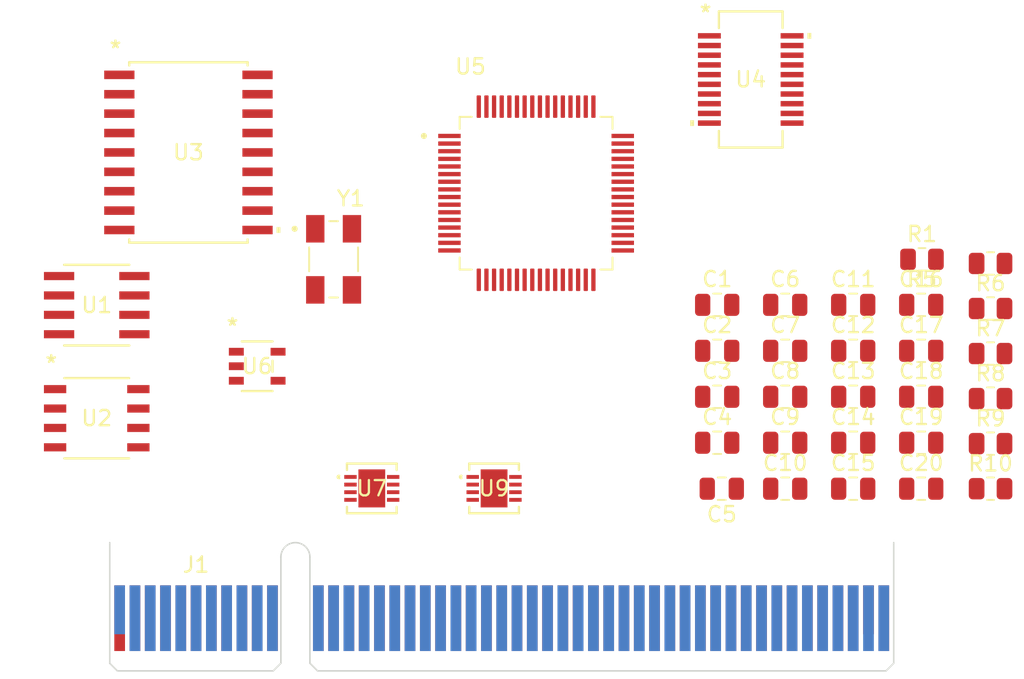
<source format=kicad_pcb>
(kicad_pcb (version 20240108) (generator "pcbnew") (generator_version "8.0")
  (layers (0 "F.Cu" signal) (31 "B.Cu" signal) (34 "B.Paste" user) (35 "F.Paste" user) (36 "B.SilkS" user "B.Silkscreen") (37 "F.SilkS" user "F.Silkscreen") (38 "B.Mask" user) (39 "F.Mask" user) (44 "Edge.Cuts" user))
  (net 0 "")
  (net 62 "/OSC_IN")
  (net 74 "ADC_CH1")
  (net 75 "SPI2_CLK")
  (net 76 "ADC_CH0")
  (net 77 "SPI2_MISO")
  (net 78 "SPI2_CS")
  (net 79 "SPI2_MOSI")
  (net 80 "Net-(U2-REF)")
  (net 81 "DAC_OUT")
  (net 82 "FT231_3V3OUT")
  (net 83 "Net-(U4-USBDP)")
  (net 84 "Net-(U4-USBDM)")
  (net 87 "Net-(J1-GND-PadA12)")
  (net 99 "Net-(J1-+12V-PadA2)")
  (net 101 "Net-(J1-+3.3V-PadA10)")
  (net 141 "Net-(C5-Pad2)")
  (net 142 "Net-(U4-VCC)")
  (net 143 "MCU_NRST")
  (net 144 "+3.3V")
  (net 145 "/OSC_OUT")
  (net 146 "SWDIO")
  (net 147 "SWO")
  (net 148 "Net-(U9-PG)")
  (net 149 "Net-(U9-SENSE{slash}ADJ)")
  (net 150 "SWCLK")
  (net 151 "V+_FROM_PCIE")
  (net 152 "Net-(U7-PG)")
  (net 153 "Net-(U7-SENSE{slash}ADJ)")
  (net 155 "USB_V+")
  (net 156 "WD_EN")
  (net 157 "WD_WDI")
  (net 158 "Net-(P1-CC)")
  (net 159 "SPI2_NSS")
  (footprint "Capacitor_SMD:C_0805_2012Metric" (layer "F.Cu") (at 78 49)
    (property "Reference" "C13" (at 0 -1.68 0) (layer "F.SilkS"))
    (property "Value" "10nF")
    (pad "1" smd roundrect (at -0.95 0) (size 1 1.45) (layers "F.Cu" "F.Paste" "F.Mask") (net 144 "+3.3V"))
    (pad "2" smd roundrect (at 0.95 0) (size 1 1.45) (layers "F.Cu" "F.Paste" "F.Mask") (net 151 "V+_FROM_PCIE"))
  )
  (footprint "Capacitor_SMD:C_0805_2012Metric" (layer "F.Cu") (at 69.1 42.98)
    (property "Reference" "C1" (at 0 -1.68 0) (layer "F.SilkS"))
    (property "Value" "4.7uF")
    (pad "1" smd roundrect (at -0.95 0) (size 1 1.45) (layers "F.Cu" "F.Paste" "F.Mask") (net 151 "V+_FROM_PCIE"))
    (pad "2" smd roundrect (at 0.95 0) (size 1 1.45) (layers "F.Cu" "F.Paste" "F.Mask") (net 151 "V+_FROM_PCIE"))
  )
  (footprint "Capacitor_SMD:C_0805_2012Metric" (layer "F.Cu") (at 73.55 55.02)
    (property "Reference" "C10" (at 0 -1.68 0) (layer "F.SilkS"))
    (property "Value" "100nF")
    (pad "1" smd roundrect (at -0.95 0) (size 1 1.45) (layers "F.Cu" "F.Paste" "F.Mask") (net 151 "V+_FROM_PCIE"))
    (pad "2" smd roundrect (at 0.95 0) (size 1 1.45) (layers "F.Cu" "F.Paste" "F.Mask") (net 144 "+3.3V"))
  )
  (footprint "Resistor_SMD:R_0805_2012Metric" (layer "F.Cu") (at 82.5 40)
    (property "Reference" "R1" (at 0 -1.65 0) (layer "F.SilkS"))
    (property "Value" "5.1K")
    (pad "1" smd roundrect (at -0.9125 0) (size 1.025 1.4) (layers "F.Cu" "F.Paste" "F.Mask") (roundrect_rratio 0.243902) (net 158 "Net-(P1-CC)"))
    (pad "2" smd roundrect (at 0.9125 0) (size 1.025 1.4) (layers "F.Cu" "F.Paste" "F.Mask") (roundrect_rratio 0.243902) (net 151 "V+_FROM_PCIE"))
  )
  (footprint "SDII LIB:SOIC-18WB_HIC" (layer "F.Cu") (at 34.5 33)
    (property "Reference" "U3" (at 0 0 0) (layer "F.SilkS"))
    (property "Value" "HI-3110PSIF")
    (fp_text user "*" (at -4.7752 -6.7818 0) (layer "F.SilkS"))
    (fp_text user "*" (at -4.7752 -6.7818 0) (layer "F.SilkS"))
    (pad "1" smd rect (at -4.5212 -5.08) (size 1.9812 0.5588) (layers "F.Cu" "F.Paste" "F.Mask"))
    (pad "2" smd rect (at -4.5212 -3.81) (size 1.9812 0.5588) (layers "F.Cu" "F.Paste" "F.Mask"))
    (pad "3" smd rect (at -4.5212 -2.54) (size 1.9812 0.5588) (layers "F.Cu" "F.Paste" "F.Mask"))
    (pad "4" smd rect (at -4.5212 -1.27) (size 1.9812 0.5588) (layers "F.Cu" "F.Paste" "F.Mask"))
    (pad "5" smd rect (at -4.5212 0) (size 1.9812 0.5588) (layers "F.Cu" "F.Paste" "F.Mask"))
    (pad "6" smd rect (at -4.5212 1.27) (size 1.9812 0.5588) (layers "F.Cu" "F.Paste" "F.Mask"))
    (pad "7" smd rect (at -4.5212 2.54) (size 1.9812 0.5588) (layers "F.Cu" "F.Paste" "F.Mask"))
    (pad "8" smd rect (at -4.5212 3.81) (size 1.9812 0.5588) (layers "F.Cu" "F.Paste" "F.Mask"))
    (pad "9" smd rect (at -4.5212 5.08) (size 1.9812 0.5588) (layers "F.Cu" "F.Paste" "F.Mask"))
    (pad "10" smd rect (at 4.5212 5.08) (size 1.9812 0.5588) (layers "F.Cu" "F.Paste" "F.Mask"))
    (pad "11" smd rect (at 4.5212 3.81) (size 1.9812 0.5588) (layers "F.Cu" "F.Paste" "F.Mask"))
    (pad "12" smd rect (at 4.5212 2.54) (size 1.9812 0.5588) (layers "F.Cu" "F.Paste" "F.Mask"))
    (pad "13" smd rect (at 4.5212 1.27) (size 1.9812 0.5588) (layers "F.Cu" "F.Paste" "F.Mask"))
    (pad "14" smd rect (at 4.5212 0) (size 1.9812 0.5588) (layers "F.Cu" "F.Paste" "F.Mask"))
    (pad "15" smd rect (at 4.5212 -1.27) (size 1.9812 0.5588) (layers "F.Cu" "F.Paste" "F.Mask"))
    (pad "16" smd rect (at 4.5212 -2.54) (size 1.9812 0.5588) (layers "F.Cu" "F.Paste" "F.Mask"))
    (pad "17" smd rect (at 4.5212 -3.81) (size 1.9812 0.5588) (layers "F.Cu" "F.Paste" "F.Mask"))
    (pad "18" smd rect (at 4.5212 -5.08) (size 1.9812 0.5588) (layers "F.Cu" "F.Paste" "F.Mask"))
  )
  (footprint "Capacitor_SMD:C_0805_2012Metric" (layer "F.Cu") (at 73.55 42.98)
    (property "Reference" "C6" (at 0 -1.68 0) (layer "F.SilkS"))
    (property "Value" "10nF")
    (pad "1" smd roundrect (at -0.95 0) (size 1 1.45) (layers "F.Cu" "F.Paste" "F.Mask") (net 141 "Net-(C5-Pad2)"))
    (pad "2" smd roundrect (at 0.95 0) (size 1 1.45) (layers "F.Cu" "F.Paste" "F.Mask") (net 155 "USB_V+"))
  )
  (footprint "Capacitor_SMD:C_0805_2012Metric" (layer "F.Cu") (at 73.55 45.99)
    (property "Reference" "C7" (at 0 -1.68 0) (layer "F.SilkS"))
    (property "Value" "100nF")
    (pad "1" smd roundrect (at -0.95 0) (size 1 1.45) (layers "F.Cu" "F.Paste" "F.Mask") (net 151 "V+_FROM_PCIE"))
    (pad "2" smd roundrect (at 0.95 0) (size 1 1.45) (layers "F.Cu" "F.Paste" "F.Mask") (net 144 "+3.3V"))
  )
  (footprint "Capacitor_SMD:C_0805_2012Metric" (layer "F.Cu") (at 78 42.98)
    (property "Reference" "C11" (at 0 -1.68 0) (layer "F.SilkS"))
    (property "Value" "100nF")
    (pad "1" smd roundrect (at -0.95 0) (size 1 1.45) (layers "F.Cu" "F.Paste" "F.Mask") (net 151 "V+_FROM_PCIE"))
    (pad "2" smd roundrect (at 0.95 0) (size 1 1.45) (layers "F.Cu" "F.Paste" "F.Mask") (net 144 "+3.3V"))
  )
  (footprint "SDII LIB:XTAL_ABM3B-8.000MHZ-10-1-U-T" (layer "F.Cu") (at 44 40)
    (property "Reference" "Y1" (at 1.125 -3.985 0) (layer "F.SilkS"))
    (property "Value" "8MHz Crystal")
    (pad "1" smd rect (at -1.2 -2) (size 1.2 1.8) (layers "F.Cu" "F.Paste" "F.Mask") (net 62 "/OSC_IN"))
    (pad "2" smd rect (at -1.2 2) (size 1.2 1.8) (layers "F.Cu" "F.Paste" "F.Mask") (net 151 "V+_FROM_PCIE"))
    (pad "3" smd rect (at 1.2 2) (size 1.2 1.8) (layers "F.Cu" "F.Paste" "F.Mask") (net 145 "/OSC_OUT"))
    (pad "4" smd rect (at 1.2 -2) (size 1.2 1.8) (layers "F.Cu" "F.Paste" "F.Mask") (net 151 "V+_FROM_PCIE"))
  )
  (footprint "Capacitor_SMD:C_0805_2012Metric" (layer "F.Cu") (at 78 52.01)
    (property "Reference" "C14" (at 0 -1.68 0) (layer "F.SilkS"))
    (property "Value" "1uF")
    (pad "1" smd roundrect (at -0.95 0) (size 1 1.45) (layers "F.Cu" "F.Paste" "F.Mask") (net 144 "+3.3V"))
    (pad "2" smd roundrect (at 0.95 0) (size 1 1.45) (layers "F.Cu" "F.Paste" "F.Mask") (net 151 "V+_FROM_PCIE"))
  )
  (footprint "Resistor_SMD:R_0805_2012Metric" (layer "F.Cu") (at 86.9875 55.02)
    (property "Reference" "R10" (at 0 -1.65 0) (layer "F.SilkS"))
    (property "Value" "100k")
    (pad "1" smd roundrect (at -0.9125 0) (size 1.025 1.4) (layers "F.Cu" "F.Paste" "F.Mask") (roundrect_rratio 0.243902) (net 144 "+3.3V"))
    (pad "2" smd roundrect (at 0.9125 0) (size 1.025 1.4) (layers "F.Cu" "F.Paste" "F.Mask") (roundrect_rratio 0.243902) (net 152 "Net-(U7-PG)"))
  )
  (footprint "Capacitor_SMD:C_0805_2012Metric" (layer "F.Cu") (at 73.55 52.01)
    (property "Reference" "C9" (at 0 -1.68 0) (layer "F.SilkS"))
    (property "Value" "100nF")
    (pad "1" smd roundrect (at -0.95 0) (size 1 1.45) (layers "F.Cu" "F.Paste" "F.Mask") (net 151 "V+_FROM_PCIE"))
    (pad "2" smd roundrect (at 0.95 0) (size 1 1.45) (layers "F.Cu" "F.Paste" "F.Mask") (net 144 "+3.3V"))
  )
  (footprint "SDII LIB:CP_8_5_ADI" (layer "F.Cu") (at 46.5 55)
    (property "Reference" "U7" (at 0 0 0) (layer "F.SilkS"))
    (property "Value" "ADP7104ACPZ-R7 (v3.3)")
    (pad "1" smd rect (at -1.397 -0.750001) (size 0.8128 0.254) (layers "F.Cu" "F.Paste" "F.Mask") (net 144 "+3.3V"))
    (pad "2" smd rect (at -1.397 -0.25) (size 0.8128 0.254) (layers "F.Cu" "F.Paste" "F.Mask") (net 153 "Net-(U7-SENSE{slash}ADJ)"))
    (pad "3" smd rect (at -1.397 0.25) (size 0.8128 0.254) (layers "F.Cu" "F.Paste" "F.Mask") (net 151 "V+_FROM_PCIE"))
    (pad "4" smd rect (at -1.397 0.750001) (size 0.8128 0.254) (layers "F.Cu" "F.Paste" "F.Mask"))
    (pad "5" smd rect (at 1.397 0.750001) (size 0.8128 0.254) (layers "F.Cu" "F.Paste" "F.Mask") (net 151 "V+_FROM_PCIE"))
    (pad "6" smd rect (at 1.397 0.25) (size 0.8128 0.254) (layers "F.Cu" "F.Paste" "F.Mask") (net 151 "V+_FROM_PCIE"))
    (pad "7" smd rect (at 1.397 -0.25) (size 0.8128 0.254) (layers "F.Cu" "F.Paste" "F.Mask") (net 152 "Net-(U7-PG)"))
    (pad "8" smd rect (at 1.397 -0.750001) (size 0.8128 0.254) (layers "F.Cu" "F.Paste" "F.Mask") (net 151 "V+_FROM_PCIE"))
    (pad "9" smd rect (at 0 0) (size 1.7526 2.4892) (layers "F.Cu" "F.Paste" "F.Mask") (net 151 "V+_FROM_PCIE"))
  )
  (footprint "Capacitor_SMD:C_0805_2012Metric" (layer "F.Cu") (at 69.4 55.02 180)
    (property "Reference" "C5" (at 0 -1.68 180) (layer "F.SilkS"))
    (property "Value" "100nF")
    (pad "1" smd roundrect (at -0.95 0 180) (size 1 1.45) (layers "F.Cu" "F.Paste" "F.Mask") (net 82 "FT231_3V3OUT"))
    (pad "2" smd roundrect (at 0.95 0 180) (size 1 1.45) (layers "F.Cu" "F.Paste" "F.Mask") (net 141 "Net-(C5-Pad2)"))
  )
  (footprint "Capacitor_SMD:C_0805_2012Metric" (layer "F.Cu") (at 69.1 52.01)
    (property "Reference" "C4" (at 0 -1.68 0) (layer "F.SilkS"))
    (property "Value" "47pF")
    (pad "1" smd roundrect (at -0.95 0) (size 1 1.45) (layers "F.Cu" "F.Paste" "F.Mask") (net 84 "Net-(U4-USBDM)"))
    (pad "2" smd roundrect (at 0.95 0) (size 1 1.45) (layers "F.Cu" "F.Paste" "F.Mask") (net 151 "V+_FROM_PCIE"))
  )
  (footprint "Capacitor_SMD:C_0805_2012Metric" (layer "F.Cu") (at 69.1 49)
    (property "Reference" "C3" (at 0 -1.68 0) (layer "F.SilkS"))
    (property "Value" "47pF")
    (pad "1" smd roundrect (at -0.95 0) (size 1 1.45) (layers "F.Cu" "F.Paste" "F.Mask") (net 83 "Net-(U4-USBDP)"))
    (pad "2" smd roundrect (at 0.95 0) (size 1 1.45) (layers "F.Cu" "F.Paste" "F.Mask") (net 151 "V+_FROM_PCIE"))
  )
  (footprint "SDII LIB:FT231XS-R_FTD" (layer "F.Cu") (at 71.2949 28.2225)
    (property "Reference" "U4" (at 0 0 0) (layer "F.SilkS"))
    (property "Value" "FT231XS-R")
    (fp_text user "*" (at -2.9591 -4.3561 0) (layer "F.SilkS"))
    (fp_text user "*" (at -2.9591 -4.3561 0) (layer "F.SilkS"))
    (pad "1" smd rect (at -2.7051 -2.8575) (size 1.4986 0.3556) (layers "F.Cu" "F.Paste" "F.Mask"))
    (pad "2" smd rect (at -2.7051 -2.2225) (size 1.4986 0.3556) (layers "F.Cu" "F.Paste" "F.Mask"))
    (pad "3" smd rect (at -2.7051 -1.5875) (size 1.4986 0.3556) (layers "F.Cu" "F.Paste" "F.Mask") (net 82 "FT231_3V3OUT"))
    (pad "4" smd rect (at -2.7051 -0.9525) (size 1.4986 0.3556) (layers "F.Cu" "F.Paste" "F.Mask"))
    (pad "5" smd rect (at -2.7051 -0.3175) (size 1.4986 0.3556) (layers "F.Cu" "F.Paste" "F.Mask"))
    (pad "6" smd rect (at -2.7051 0.3175) (size 1.4986 0.3556) (layers "F.Cu" "F.Paste" "F.Mask") (net 141 "Net-(C5-Pad2)"))
    (pad "7" smd rect (at -2.7051 0.9525) (size 1.4986 0.3556) (layers "F.Cu" "F.Paste" "F.Mask"))
    (pad "8" smd rect (at -2.7051 1.5875) (size 1.4986 0.3556) (layers "F.Cu" "F.Paste" "F.Mask"))
    (pad "9" smd rect (at -2.7051 2.2225) (size 1.4986 0.3556) (layers "F.Cu" "F.Paste" "F.Mask"))
    (pad "10" smd rect (at -2.7051 2.8575) (size 1.4986 0.3556) (layers "F.Cu" "F.Paste" "F.Mask"))
    (pad "11" smd rect (at 2.7051 2.8575) (size 1.4986 0.3556) (layers "F.Cu" "F.Paste" "F.Mask") (net 83 "Net-(U4-USBDP)"))
    (pad "12" smd rect (at 2.7051 2.2225) (size 1.4986 0.3556) (layers "F.Cu" "F.Paste" "F.Mask") (net 84 "Net-(U4-USBDM)"))
    (pad "13" smd rect (at 2.7051 1.5875) (size 1.4986 0.3556) (layers "F.Cu" "F.Paste" "F.Mask") (net 82 "FT231_3V3OUT"))
    (pad "14" smd rect (at 2.7051 0.9525) (size 1.4986 0.3556) (layers "F.Cu" "F.Paste" "F.Mask") (net 82 "FT231_3V3OUT"))
    (pad "15" smd rect (at 2.7051 0.3175) (size 1.4986 0.3556) (layers "F.Cu" "F.Paste" "F.Mask") (net 142 "Net-(U4-VCC)"))
    (pad "16" smd rect (at 2.7051 -0.3175) (size 1.4986 0.3556) (layers "F.Cu" "F.Paste" "F.Mask") (net 141 "Net-(C5-Pad2)"))
    (pad "17" smd rect (at 2.7051 -0.9525) (size 1.4986 0.3556) (layers "F.Cu" "F.Paste" "F.Mask"))
    (pad "18" smd rect (at 2.7051 -1.5875) (size 1.4986 0.3556) (layers "F.Cu" "F.Paste" "F.Mask"))
    (pad "19" smd rect (at 2.7051 -2.2225) (size 1.4986 0.3556) (layers "F.Cu" "F.Paste" "F.Mask"))
    (pad "20" smd rect (at 2.7051 -2.8575) (size 1.4986 0.3556) (layers "F.Cu" "F.Paste" "F.Mask"))
  )
  (footprint "Capacitor_SMD:C_0805_2012Metric" (layer "F.Cu") (at 82.45 49)
    (property "Reference" "C18" (at 0 -1.68 0) (layer "F.SilkS"))
    (property "Value" "2.2uF")
    (pad "1" smd roundrect (at -0.95 0) (size 1 1.45) (layers "F.Cu" "F.Paste" "F.Mask") (net 151 "V+_FROM_PCIE"))
    (pad "2" smd roundrect (at 0.95 0) (size 1 1.45) (layers "F.Cu" "F.Paste" "F.Mask") (net 151 "V+_FROM_PCIE"))
  )
  (footprint "Resistor_SMD:R_0805_2012Metric" (layer "F.Cu") (at 86.9875 43.22)
    (property "Reference" "R6" (at 0 -1.65 0) (layer "F.SilkS"))
    (property "Value" "17.4k")
    (pad "1" smd roundrect (at -0.9125 0) (size 1.025 1.4) (layers "F.Cu" "F.Paste" "F.Mask") (roundrect_rratio 0.243902) (net 149 "Net-(U9-SENSE{slash}ADJ)"))
    (pad "2" smd roundrect (at 0.9125 0) (size 1.025 1.4) (layers "F.Cu" "F.Paste" "F.Mask") (roundrect_rratio 0.243902) (net 151 "V+_FROM_PCIE"))
  )
  (footprint "Resistor_SMD:R_0805_2012Metric" (layer "F.Cu") (at 86.9875 49.12)
    (property "Reference" "R8" (at 0 -1.65 0) (layer "F.SilkS"))
    (property "Value" "17.4k")
    (pad "1" smd roundrect (at -0.9125 0) (size 1.025 1.4) (layers "F.Cu" "F.Paste" "F.Mask") (roundrect_rratio 0.243902) (net 153 "Net-(U7-SENSE{slash}ADJ)"))
    (pad "2" smd roundrect (at 0.9125 0) (size 1.025 1.4) (layers "F.Cu" "F.Paste" "F.Mask") (roundrect_rratio 0.243902) (net 144 "+3.3V"))
  )
  (footprint "SDII LIB:SOIC-8_S" (layer "F.Cu") (at 28.5 43)
    (property "Reference" "U1" (at 0 0 0) (layer "F.SilkS"))
    (property "Value" "LTC1298IS8_PBF")
    (pad "1" smd rect (at -2.4638 -1.905) (size 1.9812 0.5334) (layers "F.Cu" "F.Paste" "F.Mask") (net 78 "SPI2_CS"))
    (pad "2" smd rect (at -2.4638 -0.635) (size 1.9812 0.5334) (layers "F.Cu" "F.Paste" "F.Mask") (net 76 "ADC_CH0"))
    (pad "3" smd rect (at -2.4638 0.635) (size 1.9812 0.5334) (layers "F.Cu" "F.Paste" "F.Mask") (net 74 "ADC_CH1"))
    (pad "4" smd rect (at -2.4638 1.905) (size 1.9812 0.5334) (layers "F.Cu" "F.Paste" "F.Mask") (net 151 "V+_FROM_PCIE"))
    (pad "5" smd rect (at 2.4638 1.905) (size 1.9812 0.5334) (layers "F.Cu" "F.Paste" "F.Mask") (net 79 "SPI2_MOSI"))
    (pad "6" smd rect (at 2.4638 0.635) (size 1.9812 0.5334) (layers "F.Cu" "F.Paste" "F.Mask") (net 77 "SPI2_MISO"))
    (pad "7" smd rect (at 2.4638 -0.635) (size 1.9812 0.5334) (layers "F.Cu" "F.Paste" "F.Mask") (net 75 "SPI2_CLK"))
    (pad "8" smd rect (at 2.4638 -1.905) (size 1.9812 0.5334) (layers "F.Cu" "F.Paste" "F.Mask") (net 151 "V+_FROM_PCIE"))
  )
  (footprint "Capacitor_SMD:C_0805_2012Metric" (layer "F.Cu") (at 73.55 49)
    (property "Reference" "C8" (at 0 -1.68 0) (layer "F.SilkS"))
    (property "Value" "100nF")
    (pad "1" smd roundrect (at -0.95 0) (size 1 1.45) (layers "F.Cu" "F.Paste" "F.Mask") (net 151 "V+_FROM_PCIE"))
    (pad "2" smd roundrect (at 0.95 0) (size 1 1.45) (layers "F.Cu" "F.Paste" "F.Mask") (net 144 "+3.3V"))
  )
  (footprint "Capacitor_SMD:C_0805_2012Metric" (layer "F.Cu") (at 82.45 55.02)
    (property "Reference" "C20" (at 0 -1.68 0) (layer "F.SilkS"))
    (property "Value" ".1uF")
    (pad "1" smd roundrect (at -0.95 0) (size 1 1.45) (layers "F.Cu" "F.Paste" "F.Mask") (net 143 "MCU_NRST"))
    (pad "2" smd roundrect (at 0.95 0) (size 1 1.45) (layers "F.Cu" "F.Paste" "F.Mask") (net 151 "V+_FROM_PCIE"))
  )
  (footprint "SDII LIB:SO-8_S_LIT" (layer "F.Cu") (at 28.5 50.405)
    (property "Reference" "U2" (at 0 0 0) (layer "F.SilkS"))
    (property "Value" "LTC1451IS8-PBF")
    (fp_text user "*" (at -2.97815 -3.5814 0) (layer "F.SilkS"))
    (fp_text user "*" (at -2.97815 -3.5814 0) (layer "F.SilkS"))
    (pad "1" smd rect (at -2.72415 -1.905) (size 1.4605 0.5334) (layers "F.Cu" "F.Paste" "F.Mask") (net 75 "SPI2_CLK"))
    (pad "2" smd rect (at -2.72415 -0.635) (size 1.4605 0.5334) (layers "F.Cu" "F.Paste" "F.Mask") (net 79 "SPI2_MOSI"))
    (pad "3" smd rect (at -2.72415 0.635) (size 1.4605 0.5334) (layers "F.Cu" "F.Paste" "F.Mask") (net 78 "SPI2_CS"))
    (pad "4" smd rect (at -2.72415 1.905) (size 1.4605 0.5334) (layers "F.Cu" "F.Paste" "F.Mask") (net 77 "SPI2_MISO"))
    (pad "5" smd rect (at 2.72415 1.905) (size 1.4605 0.5334) (layers "F.Cu" "F.Paste" "F.Mask") (net 151 "V+_FROM_PCIE"))
    (pad "6" smd rect (at 2.72415 0.635) (size 1.4605 0.5334) (layers "F.Cu" "F.Paste" "F.Mask") (net 80 "Net-(U2-REF)"))
    (pad "7" smd rect (at 2.72415 -0.635) (size 1.4605 0.5334) (layers "F.Cu" "F.Paste" "F.Mask") (net 81 "DAC_OUT"))
    (pad "8" smd rect (at 2.72415 -1.905) (size 1.4605 0.5334) (layers "F.Cu" "F.Paste" "F.Mask") (net 80 "Net-(U2-REF)"))
  )
  (footprint "Capacitor_SMD:C_0805_2012Metric" (layer "F.Cu") (at 82.45 52.01)
    (property "Reference" "C19" (at 0 -1.68 0) (layer "F.SilkS"))
    (property "Value" "2.2uF")
    (pad "1" smd roundrect (at -0.95 0) (size 1 1.45) (layers "F.Cu" "F.Paste" "F.Mask") (net 144 "+3.3V"))
    (pad "2" smd roundrect (at 0.95 0) (size 1 1.45) (layers "F.Cu" "F.Paste" "F.Mask") (net 151 "V+_FROM_PCIE"))
  )
  (footprint "Resistor_SMD:R_0805_2012Metric" (layer "F.Cu") (at 86.9875 40.27)
    (property "Reference" "R5" (at -4.4875 1.03 0) (layer "F.SilkS"))
    (property "Value" "100k")
    (pad "1" smd roundrect (at -0.9125 0) (size 1.025 1.4) (layers "F.Cu" "F.Paste" "F.Mask") (roundrect_rratio 0.243902) (net 151 "V+_FROM_PCIE"))
    (pad "2" smd roundrect (at 0.9125 0) (size 1.025 1.4) (layers "F.Cu" "F.Paste" "F.Mask") (roundrect_rratio 0.243902) (net 148 "Net-(U9-PG)"))
  )
  (footprint "Capacitor_SMD:C_0805_2012Metric" (layer "F.Cu") (at 82.45 45.99)
    (property "Reference" "C17" (at 0 -1.68 0) (layer "F.SilkS"))
    (property "Value" "10pF")
    (pad "1" smd roundrect (at -0.95 0) (size 1 1.45) (layers "F.Cu" "F.Paste" "F.Mask") (net 145 "/OSC_OUT"))
    (pad "2" smd roundrect (at 0.95 0) (size 1 1.45) (layers "F.Cu" "F.Paste" "F.Mask") (net 151 "V+_FROM_PCIE"))
  )
  (footprint "Capacitor_SMD:C_0805_2012Metric" (layer "F.Cu") (at 69.1 45.99)
    (property "Reference" "C2" (at 0 -1.68 0) (layer "F.SilkS"))
    (property "Value" ".1uF")
    (pad "1" smd roundrect (at -0.95 0) (size 1 1.45) (layers "F.Cu" "F.Paste" "F.Mask") (net 80 "Net-(U2-REF)"))
    (pad "2" smd roundrect (at 0.95 0) (size 1 1.45) (layers "F.Cu" "F.Paste" "F.Mask") (net 151 "V+_FROM_PCIE"))
  )
  (footprint "Resistor_SMD:R_0805_2012Metric" (layer "F.Cu") (at 86.9875 52.07)
    (property "Reference" "R9" (at 0 -1.65 0) (layer "F.SilkS"))
    (property "Value" "10k")
    (pad "1" smd roundrect (at -0.9125 0) (size 1.025 1.4) (layers "F.Cu" "F.Paste" "F.Mask") (roundrect_rratio 0.243902) (net 151 "V+_FROM_PCIE"))
    (pad "2" smd roundrect (at 0.9125 0) (size 1.025 1.4) (layers "F.Cu" "F.Paste" "F.Mask") (roundrect_rratio 0.243902) (net 153 "Net-(U7-SENSE{slash}ADJ)"))
  )
  (footprint "Resistor_SMD:R_0805_2012Metric" (layer "F.Cu") (at 86.9875 46.17)
    (property "Reference" "R7" (at 0 -1.65 0) (layer "F.SilkS"))
    (property "Value" "5.6k")
    (pad "1" smd roundrect (at -0.9125 0) (size 1.025 1.4) (layers "F.Cu" "F.Paste" "F.Mask") (roundrect_rratio 0.243902) (net 151 "V+_FROM_PCIE"))
    (pad "2" smd roundrect (at 0.9125 0) (size 1.025 1.4) (layers "F.Cu" "F.Paste" "F.Mask") (roundrect_rratio 0.243902) (net 149 "Net-(U9-SENSE{slash}ADJ)"))
  )
  (footprint "Capacitor_SMD:C_0805_2012Metric" (layer "F.Cu") (at 78 45.99)
    (property "Reference" "C12" (at 0 -1.68 0) (layer "F.SilkS"))
    (property "Value" "4.7uF")
    (pad "1" smd roundrect (at -0.95 0) (size 1 1.45) (layers "F.Cu" "F.Paste" "F.Mask") (net 151 "V+_FROM_PCIE"))
    (pad "2" smd roundrect (at 0.95 0) (size 1 1.45) (layers "F.Cu" "F.Paste" "F.Mask") (net 144 "+3.3V"))
  )
  (footprint "SDII LIB:SOT23-5_STM" (layer "F.Cu") (at 39 47)
    (property "Reference" "U6" (at 0 0 0) (layer "F.SilkS"))
    (property "Value" "STWD100YNXWY3F")
    (fp_text user "*" (at -1.61925 -2.601 0) (layer "F.SilkS"))
    (fp_text user "*" (at -1.61925 -2.601 0) (layer "F.SilkS"))
    (pad "1" smd rect (at -1.36525 -0.950001) (size 0.9779 0.508) (layers "F.Cu" "F.Paste" "F.Mask") (net 143 "MCU_NRST"))
    (pad "2" smd rect (at -1.36525 0) (size 0.9779 0.508) (layers "F.Cu" "F.Paste" "F.Mask") (net 151 "V+_FROM_PCIE"))
    (pad "3" smd rect (at -1.36525 0.950001) (size 0.9779 0.508) (layers "F.Cu" "F.Paste" "F.Mask") (net 156 "WD_EN"))
    (pad "4" smd rect (at 1.36525 0.950001) (size 0.9779 0.508) (layers "F.Cu" "F.Paste" "F.Mask") (net 157 "WD_WDI"))
    (pad "5" smd rect (at 1.36525 -0.950001) (size 0.9779 0.508) (layers "F.Cu" "F.Paste" "F.Mask") (net 144 "+3.3V"))
  )
  (footprint "SDII LIB:CP_8_5_ADI" (layer "F.Cu") (at 54.5 55)
    (property "Reference" "U9" (at 0 0 0) (layer "F.SilkS"))
    (property "Value" "ADP7104ACPZ-R7 (5v)")
    (pad "1" smd rect (at -1.397 -0.750001) (size 0.8128 0.254) (layers "F.Cu" "F.Paste" "F.Mask") (net 151 "V+_FROM_PCIE"))
    (pad "2" smd rect (at -1.397 -0.25) (size 0.8128 0.254) (layers "F.Cu" "F.Paste" "F.Mask") (net 149 "Net-(U9-SENSE{slash}ADJ)"))
    (pad "3" smd rect (at -1.397 0.25) (size 0.8128 0.254) (layers "F.Cu" "F.Paste" "F.Mask") (net 151 "V+_FROM_PCIE"))
    (pad "4" smd rect (at -1.397 0.750001) (size 0.8128 0.254) (layers "F.Cu" "F.Paste" "F.Mask"))
    (pad "5" smd rect (at 1.397 0.750001) (size 0.8128 0.254) (layers "F.Cu" "F.Paste" "F.Mask") (net 151 "V+_FROM_PCIE"))
    (pad "6" smd rect (at 1.397 0.25) (size 0.8128 0.254) (layers "F.Cu" "F.Paste" "F.Mask") (net 151 "V+_FROM_PCIE"))
    (pad "7" smd rect (at 1.397 -0.25) (size 0.8128 0.254) (layers "F.Cu" "F.Paste" "F.Mask") (net 148 "Net-(U9-PG)"))
    (pad "8" smd rect (at 1.397 -0.750001) (size 0.8128 0.254) (layers "F.Cu" "F.Paste" "F.Mask") (net 151 "V+_FROM_PCIE"))
    (pad "9" smd rect (at 0 0) (size 1.7526 2.4892) (layers "F.Cu" "F.Paste" "F.Mask") (net 151 "V+_FROM_PCIE"))
  )
  (footprint "Capacitor_SMD:C_0805_2012Metric" (layer "F.Cu") (at 82.45 42.98)
    (property "Reference" "C16" (at 0 -1.68 0) (layer "F.SilkS"))
    (property "Value" "10pF")
    (pad "1" smd roundrect (at -0.95 0) (size 1 1.45) (layers "F.Cu" "F.Paste" "F.Mask") (net 62 "/OSC_IN"))
    (pad "2" smd roundrect (at 0.95 0) (size 1 1.45) (layers "F.Cu" "F.Paste" "F.Mask") (net 151 "V+_FROM_PCIE"))
  )
  (footprint "Capacitor_SMD:C_0805_2012Metric" (layer "F.Cu") (at 78 55.02)
    (property "Reference" "C15" (at 0 -1.68 0) (layer "F.SilkS"))
    (property "Value" "1uF")
    (pad "1" smd roundrect (at -0.95 0) (size 1 1.45) (layers "F.Cu" "F.Paste" "F.Mask") (net 144 "+3.3V"))
    (pad "2" smd roundrect (at 0.95 0) (size 1 1.45) (layers "F.Cu" "F.Paste" "F.Mask") (net 151 "V+_FROM_PCIE"))
  )
  (footprint "Connector_PCBEdge:BUS_PCIexpress_x8" (layer "F.Cu") (at 30 63.5)
    (property "Reference" "J1" (at 5 -3.5 0) (layer "F.SilkS"))
    (property "Value" "Bus_PCI_Express_x8" (hide yes))
    (fp_line (start -0.65 -4.95) (end -0.65 2.95) (stroke (width 0.1)) (layer "Edge.Cuts"))
    (fp_line (start -0.65 2.95) (end -0.15 3.45) (stroke (width 0.1)) (layer "Edge.Cuts"))
    (fp_line (start -0.15 3.45) (end 10.05 3.45) (stroke (width 0.1)) (layer "Edge.Cuts"))
    (fp_line (start 10.55 -4) (end 10.55 2.95) (stroke (width 0.1)) (layer "Edge.Cuts"))
    (fp_line (start 10.55 2.95) (end 10.05 3.45) (stroke (width 0.1)) (layer "Edge.Cuts"))
    (fp_line (start 12.45 -4) (end 12.45 2.95) (stroke (width 0.1)) (layer "Edge.Cuts"))
    (fp_line (start 12.45 2.95) (end 12.95 3.45) (stroke (width 0.1)) (layer "Edge.Cuts"))
    (fp_line (start 12.95 3.45) (end 50.15 3.45) (stroke (width 0.1)) (layer "Edge.Cuts"))
    (fp_line (start 50.65 -4.95) (end 50.65 2.95) (stroke (width 0.1)) (layer "Edge.Cuts"))
    (fp_line (start 50.65 2.95) (end 50.15 3.45) (stroke (width 0.1)) (layer "Edge.Cuts"))
    (fp_arc (start 10.55 -4) (mid 11.5 -4.95) (end 12.45 -4) (stroke (width 0.1)) (layer "Edge.Cuts"))
    (pad "A1" connect rect (at 0 -0.55) (size 0.7 3.2) (layers "B.Cu" "B.Mask"))
    (pad "A2" connect rect (at 1 0) (size 0.7 4.3) (layers "B.Cu" "B.Mask") (net 99 "Net-(J1-+12V-PadA2)"))
    (pad "A3" connect rect (at 2 0) (size 0.7 4.3) (layers "B.Cu" "B.Mask") (net 99 "Net-(J1-+12V-PadA2)"))
    (pad "A4" connect rect (at 3 0) (size 0.7 4.3) (layers "B.Cu" "B.Mask") (net 87 "Net-(J1-GND-PadA12)"))
    (pad "A5" connect rect (at 4 0) (size 0.7 4.3) (layers "B.Cu" "B.Mask"))
    (pad "A6" connect rect (at 5 0) (size 0.7 4.3) (layers "B.Cu" "B.Mask"))
    (pad "A7" connect rect (at 6 0) (size 0.7 4.3) (layers "B.Cu" "B.Mask"))
    (pad "A8" connect rect (at 7 0) (size 0.7 4.3) (layers "B.Cu" "B.Mask"))
    (pad "A9" connect rect (at 8 0) (size 0.7 4.3) (layers "B.Cu" "B.Mask") (net 101 "Net-(J1-+3.3V-PadA10)"))
    (pad "A10" connect rect (at 9 0) (size 0.7 4.3) (layers "B.Cu" "B.Mask") (net 101 "Net-(J1-+3.3V-PadA10)"))
    (pad "A11" connect rect (at 10 0) (size 0.7 4.3) (layers "B.Cu" "B.Mask"))
    (pad "A12" connect rect (at 13 0) (size 0.7 4.3) (layers "B.Cu" "B.Mask") (net 87 "Net-(J1-GND-PadA12)"))
    (pad "A13" connect rect (at 14 0) (size 0.7 4.3) (layers "B.Cu" "B.Mask"))
    (pad "A14" connect rect (at 15 0) (size 0.7 4.3) (layers "B.Cu" "B.Mask"))
    (pad "A15" connect rect (at 16 0) (size 0.7 4.3) (layers "B.Cu" "B.Mask") (net 87 "Net-(J1-GND-PadA12)"))
    (pad "A16" connect rect (at 17 0) (size 0.7 4.3) (layers "B.Cu" "B.Mask"))
    (pad "A17" connect rect (at 18 0) (size 0.7 4.3) (layers "B.Cu" "B.Mask"))
    (pad "A18" connect rect (at 19 0) (size 0.7 4.3) (layers "B.Cu" "B.Mask") (net 87 "Net-(J1-GND-PadA12)"))
    (pad "A19" connect rect (at 20 0) (size 0.7 4.3) (layers "B.Cu" "B.Mask"))
    (pad "A20" connect rect (at 21 0) (size 0.7 4.3) (layers "B.Cu" "B.Mask") (net 87 "Net-(J1-GND-PadA12)"))
    (pad "A21" connect rect (at 22 0) (size 0.7 4.3) (layers "B.Cu" "B.Mask"))
    (pad "A22" connect rect (at 23 0) (size 0.7 4.3) (layers "B.Cu" "B.Mask"))
    (pad "A23" connect rect (at 24 0) (size 0.7 4.3) (layers "B.Cu" "B.Mask") (net 87 "Net-(J1-GND-PadA12)"))
    (pad "A24" connect rect (at 25 0) (size 0.7 4.3) (layers "B.Cu" "B.Mask") (net 87 "Net-(J1-GND-PadA12)"))
    (pad "A25" connect rect (at 26 0) (size 0.7 4.3) (layers "B.Cu" "B.Mask"))
    (pad "A26" connect rect (at 27 0) (size 0.7 4.3) (layers "B.Cu" "B.Mask"))
    (pad "A27" connect rect (at 28 0) (size 0.7 4.3) (layers "B.Cu" "B.Mask") (net 87 "Net-(J1-GND-PadA12)"))
    (pad "A28" connect rect (at 29 0) (size 0.7 4.3) (layers "B.Cu" "B.Mask") (net 87 "Net-(J1-GND-PadA12)"))
    (pad "A29" connect rect (at 30 0) (size 0.7 4.3) (layers "B.Cu" "B.Mask"))
    (pad "A30" connect rect (at 31 0) (size 0.7 4.3) (layers "B.Cu" "B.Mask"))
    (pad "A31" connect rect (at 32 0) (size 0.7 4.3) (layers "B.Cu" "B.Mask") (net 87 "Net-(J1-GND-PadA12)"))
    (pad "A32" connect rect (at 33 0) (size 0.7 4.3) (layers "B.Cu" "B.Mask"))
    (pad "A33" connect rect (at 34 0) (size 0.7 4.3) (layers "B.Cu" "B.Mask"))
    (pad "A34" connect rect (at 35 0) (size 0.7 4.3) (layers "B.Cu" "B.Mask") (net 87 "Net-(J1-GND-PadA12)"))
    (pad "A35" connect rect (at 36 0) (size 0.7 4.3) (layers "B.Cu" "B.Mask"))
    (pad "A36" connect rect (at 37 0) (size 0.7 4.3) (layers "B.Cu" "B.Mask"))
    (pad "A37" connect rect (at 38 0) (size 0.7 4.3) (layers "B.Cu" "B.Mask") (net 87 "Net-(J1-GND-PadA12)"))
    (pad "A38" connect rect (at 39 0) (size 0.7 4.3) (layers "B.Cu" "B.Mask") (net 87 "Net-(J1-GND-PadA12)"))
    (pad "A39" connect rect (at 40 0) (size 0.7 4.3) (layers "B.Cu" "B.Mask"))
    (pad "A40" connect rect (at 41 0) (size 0.7 4.3) (layers "B.Cu" "B.Mask"))
    (pad "A41" connect rect (at 42 0) (size 0.7 4.3) (layers "B.Cu" "B.Mask") (net 87 "Net-(J1-GND-PadA12)"))
    (pad "A42" connect rect (at 43 0) (size 0.7 4.3) (layers "B.Cu" "B.Mask") (net 87 "Net-(J1-GND-PadA12)"))
    (pad "A43" connect rect (at 44 0) (size 0.7 4.3) (layers "B.Cu" "B.Mask"))
    (pad "A44" connect rect (at 45 0) (size 0.7 4.3) (layers "B.Cu" "B.Mask"))
    (pad "A45" connect rect (at 46 0) (size 0.7 4.3) (layers "B.Cu" "B.Mask") (net 87 "Net-(J1-GND-PadA12)"))
    (pad "A46" connect rect (at 47 0) (size 0.7 4.3) (layers "B.Cu" "B.Mask") (net 87 "Net-(J1-GND-PadA12)"))
    (pad "A47" connect rect (at 48 0) (size 0.7 4.3) (layers "B.Cu" "B.Mask"))
    (pad "A48" connect rect (at 49 0) (size 0.7 4.3) (layers "B.Cu" "B.Mask"))
    (pad "A49" connect rect (at 50 0) (size 0.7 4.3) (layers "B.Cu" "B.Mask") (net 87 "Net-(J1-GND-PadA12)"))
    (pad "B1" connect rect (at 0 0) (size 0.7 4.3) (layers "F.Cu" "F.Mask") (net 99 "Net-(J1-+12V-PadA2)"))
    (pad "B2" connect rect (at 1 0) (size 0.7 4.3) (layers "F.Cu" "F.Mask") (net 99 "Net-(J1-+12V-PadA2)"))
    (pad "B3" connect rect (at 2 0) (size 0.7 4.3) (layers "F.Cu" "F.Mask") (net 99 "Net-(J1-+12V-PadA2)"))
    (pad "B4" connect rect (at 3 0) (size 0.7 4.3) (layers "F.Cu" "F.Mask") (net 87 "Net-(J1-GND-PadA12)"))
    (pad "B5" connect rect (at 4 0) (size 0.7 4.3) (layers "F.Cu" "F.Mask"))
    (pad "B6" connect rect (at 5 0) (size 0.7 4.3) (layers "F.Cu" "F.Mask"))
    (pad "B7" connect rect (at 6 0) (size 0.7 4.3) (layers "F.Cu" "F.Mask") (net 87 "Net-(J1-GND-PadA12)"))
    (pad "B8" connect rect (at 7 0) (size 0.7 4.3) (layers "F.Cu" "F.Mask") (net 101 "Net-(J1-+3.3V-PadA10)"))
    (pad "B9" connect rect (at 8 0) (size 0.7 4.3) (layers "F.Cu" "F.Mask"))
    (pad "B10" connect rect (at 9 0) (size 0.7 4.3) (layers "F.Cu" "F.Mask"))
    (pad "B11" connect rect (at 10 0) (size 0.7 4.3) (layers "F.Cu" "F.Mask"))
    (pad "B12" connect rect (at 13 0) (size 0.7 4.3) (layers "F.Cu" "F.Mask"))
    (pad "B13" connect rect (at 14 0) (size 0.7 4.3) (layers "F.Cu" "F.Mask") (net 87 "Net-(J1-GND-PadA12)"))
    (pad "B14" connect rect (at 15 0) (size 0.7 4.3) (layers "F.Cu" "F.Mask"))
    (pad "B15" connect rect (at 16 0) (size 0.7 4.3) (layers "F.Cu" "F.Mask"))
    (pad "B16" connect rect (at 17 0) (size 0.7 4.3) (layers "F.Cu" "F.Mask") (net 87 "Net-(J1-GND-PadA12)"))
    (pad "B17" connect rect (at 18 0) (size 0.7 4.3) (layers "F.Cu" "F.Mask"))
    (pad "B18" connect rect (at 19 0) (size 0.7 4.3) (layers "F.Cu" "F.Mask") (net 87 "Net-(J1-GND-PadA12)"))
    (pad "B19" connect rect (at 20 0) (size 0.7 4.3) (layers "F.Cu" "F.Mask"))
    (pad "B20" connect rect (at 21 0) (size 0.7 4.3) (layers "F.Cu" "F.Mask"))
    (pad "B21" connect rect (at 22 0) (size 0.7 4.3) (layers "F.Cu" "F.Mask") (net 87 "Net-(J1-GND-PadA12)"))
    (pad "B22" connect rect (at 23 0) (size 0.7 4.3) (layers "F.Cu" "F.Mask") (net 87 "Net-(J1-GND-PadA12)"))
    (pad "B23" connect rect (at 24 0) (size 0.7 4.3) (layers "F.Cu" "F.Mask"))
    (pad "B24" connect rect (at 25 0) (size 0.7 4.3) (layers "F.Cu" "F.Mask"))
    (pad "B25" connect rect (at 26 0) (size 0.7 4.3) (layers "F.Cu" "F.Mask") (net 87 "Net-(J1-GND-PadA12)"))
    (pad "B26" connect rect (at 27 0) (size 0.7 4.3) (layers "F.Cu" "F.Mask") (net 87 "Net-(J1-GND-PadA12)"))
    (pad "B27" connect rect (at 28 0) (size 0.7 4.3) (layers "F.Cu" "F.Mask"))
    (pad "B28" connect rect (at 29 0) (size 0.7 4.3) (layers "F.Cu" "F.Mask"))
    (pad "B29" connect rect (at 30 0) (size 0.7 4.3) (layers "F.Cu" "F.Mask") (net 87 "Net-(J1-GND-PadA12)"))
    (pad "B30" connect rect (at 31 0) (size 0.7 4.3) (layers "F.Cu" "F.Mask"))
    (pad "B31" connect rect (at 32 0) (size 0.7 4.3) (layers "F.Cu" "F.Mask"))
    (pad "B32" connect rect (at 33 0) (size 0.7 4.3) (layers "F.Cu" "F.Mask") (net 87 "Net-(J1-GND-PadA12)"))
    (pad "B33" connect rect (at 34 0) (size 0.7 4.3) (layers "F.Cu" "F.Mask"))
    (pad "B34" connect rect (at 35 0) (size 0.7 4.3) (layers "F.Cu" "F.Mask"))
    (pad "B35" connect rect (at 36 0) (size 0.7 4.3) (layers "F.Cu" "F.Mask") (net 87 "Net-(J1-GND-PadA12)"))
    (pad "B36" connect rect (at 37 0) (size 0.7 4.3) (layers "F.Cu" "F.Mask") (net 87 "Net-(J1-GND-PadA12)"))
    (pad "B37" connect rect (at 38 0) (size 0.7 4.3) (layers "F.Cu" "F.Mask"))
    (pad "B38" connect rect (at 39 0) (size 0.7 4.3) (layers "F.Cu" "F.Mask"))
    (pad "B39" connect rect (at 40 0) (size 0.7 4.3) (layers "F.Cu" "F.Mask") (net 87 "Net-(J1-GND-PadA12)"))
    (pad "B40" connect rect (at 41 0) (size 0.7 4.3) (layers "F.Cu" "F.Mask") (net 87 "Net-(J1-GND-PadA12)"))
    (pad "B41" connect rect (at 42 0) (size 0.7 4.3) (layers "F.Cu" "F.Mask"))
    (pad "B42" connect rect (at 43 0) (size 0.7 4.3) (layers "F.Cu" "F.Mask"))
    (pad "B43" connect rect (at 44 0) (size 0.7 4.3) (layers "F.Cu" "F.Mask") (net 87 "Net-(J1-GND-PadA12)"))
    (pad "B44" connect rect (at 45 0) (size 0.7 4.3) (layers "F.Cu" "F.Mask") (net 87 "Net-(J1-GND-PadA12)"))
    (pad "B45" connect rect (at 46 0) (size 0.7 4.3) (layers "F.Cu" "F.Mask"))
    (pad "B46" connect rect (at 47 0) (size 0.7 4.3) (layers "F.Cu" "F.Mask"))
    (pad "B47" connect rect (at 48 0) (size 0.7 4.3) (layers "F.Cu" "F.Mask") (net 87 "Net-(J1-GND-PadA12)"))
    (pad "B48" connect rect (at 49 -0.55) (size 0.7 3.2) (layers "F.Cu" "F.Mask"))
    (pad "B49" connect rect (at 50 0) (size 0.7 4.3) (layers "F.Cu" "F.Mask") (net 87 "Net-(J1-GND-PadA12)"))
  )
  (footprint "SDII LIB:QFP50P1200X1200X160-64N" (layer "F.Cu") (at 57.25 35.67)
    (property "Reference" "U5" (at -4.295 -8.29 0) (layer "F.SilkS"))
    (property "Value" "STM32F103RBT6")
    (pad "1" smd roundrect (at -5.67 -3.75) (size 1.47 0.28) (layers "F.Cu" "F.Paste" "F.Mask") (roundrect_rratio 0.04) (net 144 "+3.3V"))
    (pad "2" smd roundrect (at -5.67 -3.25) (size 1.47 0.28) (layers "F.Cu" "F.Paste" "F.Mask") (roundrect_rratio 0.04))
    (pad "3" smd roundrect (at -5.67 -2.75) (size 1.47 0.28) (layers "F.Cu" "F.Paste" "F.Mask") (roundrect_rratio 0.04))
    (pad "4" smd roundrect (at -5.67 -2.25) (size 1.47 0.28) (layers "F.Cu" "F.Paste" "F.Mask") (roundrect_rratio 0.04))
    (pad "5" smd roundrect (at -5.67 -1.75) (size 1.47 0.28) (layers "F.Cu" "F.Paste" "F.Mask") (roundrect_rratio 0.04) (net 62 "/OSC_IN"))
    (pad "6" smd roundrect (at -5.67 -1.25) (size 1.47 0.28) (layers "F.Cu" "F.Paste" "F.Mask") (roundrect_rratio 0.04) (net 145 "/OSC_OUT"))
    (pad "7" smd roundrect (at -5.67 -0.75) (size 1.47 0.28) (layers "F.Cu" "F.Paste" "F.Mask") (roundrect_rratio 0.04) (net 143 "MCU_NRST"))
    (pad "8" smd roundrect (at -5.67 -0.25) (size 1.47 0.28) (layers "F.Cu" "F.Paste" "F.Mask") (roundrect_rratio 0.04))
    (pad "9" smd roundrect (at -5.67 0.25) (size 1.47 0.28) (layers "F.Cu" "F.Paste" "F.Mask") (roundrect_rratio 0.04))
    (pad "10" smd roundrect (at -5.67 0.75) (size 1.47 0.28) (layers "F.Cu" "F.Paste" "F.Mask") (roundrect_rratio 0.04))
    (pad "11" smd roundrect (at -5.67 1.25) (size 1.47 0.28) (layers "F.Cu" "F.Paste" "F.Mask") (roundrect_rratio 0.04))
    (pad "12" smd roundrect (at -5.67 1.75) (size 1.47 0.28) (layers "F.Cu" "F.Paste" "F.Mask") (roundrect_rratio 0.04) (net 151 "V+_FROM_PCIE"))
    (pad "13" smd roundrect (at -5.67 2.25) (size 1.47 0.28) (layers "F.Cu" "F.Paste" "F.Mask") (roundrect_rratio 0.04) (net 144 "+3.3V"))
    (pad "14" smd roundrect (at -5.67 2.75) (size 1.47 0.28) (layers "F.Cu" "F.Paste" "F.Mask") (roundrect_rratio 0.04))
    (pad "15" smd roundrect (at -5.67 3.25) (size 1.47 0.28) (layers "F.Cu" "F.Paste" "F.Mask") (roundrect_rratio 0.04))
    (pad "16" smd roundrect (at -5.67 3.75) (size 1.47 0.28) (layers "F.Cu" "F.Paste" "F.Mask") (roundrect_rratio 0.04))
    (pad "17" smd roundrect (at -3.75 5.67) (size 0.28 1.47) (layers "F.Cu" "F.Paste" "F.Mask") (roundrect_rratio 0.18))
    (pad "18" smd roundrect (at -3.25 5.67) (size 0.28 1.47) (layers "F.Cu" "F.Paste" "F.Mask") (roundrect_rratio 0.18) (net 151 "V+_FROM_PCIE"))
    (pad "19" smd roundrect (at -2.75 5.67) (size 0.28 1.47) (layers "F.Cu" "F.Paste" "F.Mask") (roundrect_rratio 0.18) (net 144 "+3.3V"))
    (pad "20" smd roundrect (at -2.25 5.67) (size 0.28 1.47) (layers "F.Cu" "F.Paste" "F.Mask") (roundrect_rratio 0.18))
    (pad "21" smd roundrect (at -1.75 5.67) (size 0.28 1.47) (layers "F.Cu" "F.Paste" "F.Mask") (roundrect_rratio 0.18))
    (pad "22" smd roundrect (at -1.25 5.67) (size 0.28 1.47) (layers "F.Cu" "F.Paste" "F.Mask") (roundrect_rratio 0.18))
    (pad "23" smd roundrect (at -0.75 5.67) (size 0.28 1.47) (layers "F.Cu" "F.Paste" "F.Mask") (roundrect_rratio 0.18))
    (pad "24" smd roundrect (at -0.25 5.67) (size 0.28 1.47) (layers "F.Cu" "F.Paste" "F.Mask") (roundrect_rratio 0.18))
    (pad "25" smd roundrect (at 0.25 5.67) (size 0.28 1.47) (layers "F.Cu" "F.Paste" "F.Mask") (roundrect_rratio 0.18))
    (pad "26" smd roundrect (at 0.75 5.67) (size 0.28 1.47) (layers "F.Cu" "F.Paste" "F.Mask") (roundrect_rratio 0.18))
    (pad "27" smd roundrect (at 1.25 5.67) (size 0.28 1.47) (layers "F.Cu" "F.Paste" "F.Mask") (roundrect_rratio 0.18))
    (pad "28" smd roundrect (at 1.75 5.67) (size 0.28 1.47) (layers "F.Cu" "F.Paste" "F.Mask") (roundrect_rratio 0.18))
    (pad "29" smd roundrect (at 2.25 5.67) (size 0.28 1.47) (layers "F.Cu" "F.Paste" "F.Mask") (roundrect_rratio 0.18))
    (pad "30" smd roundrect (at 2.75 5.67) (size 0.28 1.47) (layers "F.Cu" "F.Paste" "F.Mask") (roundrect_rratio 0.18))
    (pad "31" smd roundrect (at 3.25 5.67) (size 0.28 1.47) (layers "F.Cu" "F.Paste" "F.Mask") (roundrect_rratio 0.18) (net 151 "V+_FROM_PCIE"))
    (pad "32" smd roundrect (at 3.75 5.67) (size 0.28 1.47) (layers "F.Cu" "F.Paste" "F.Mask") (roundrect_rratio 0.18) (net 144 "+3.3V"))
    (pad "33" smd roundrect (at 5.67 3.75) (size 1.47 0.28) (layers "F.Cu" "F.Paste" "F.Mask") (roundrect_rratio 0.04) (net 159 "SPI2_NSS"))
    (pad "34" smd roundrect (at 5.67 3.25) (size 1.47 0.28) (layers "F.Cu" "F.Paste" "F.Mask") (roundrect_rratio 0.04) (net 75 "SPI2_CLK"))
    (pad "35" smd roundrect (at 5.67 2.75) (size 1.47 0.28) (layers "F.Cu" "F.Paste" "F.Mask") (roundrect_rratio 0.04) (net 77 "SPI2_MISO"))
    (pad "36" smd roundrect (at 5.67 2.25) (size 1.47 0.28) (layers "F.Cu" "F.Paste" "F.Mask") (roundrect_rratio 0.04) (net 79 "SPI2_MOSI"))
    (pad "37" smd roundrect (at 5.67 1.75) (size 1.47 0.28) (layers "F.Cu" "F.Paste" "F.Mask") (roundrect_rratio 0.04))
    (pad "38" smd roundrect (at 5.67 1.25) (size 1.47 0.28) (layers "F.Cu" "F.Paste" "F.Mask") (roundrect_rratio 0.04))
    (pad "39" smd roundrect (at 5.67 0.75) (size 1.47 0.28) (layers "F.Cu" "F.Paste" "F.Mask") (roundrect_rratio 0.04))
    (pad "40" smd roundrect (at 5.67 0.25) (size 1.47 0.28) (layers "F.Cu" "F.Paste" "F.Mask") (roundrect_rratio 0.04))
    (pad "41" smd roundrect (at 5.67 -0.25) (size 1.47 0.28) (layers "F.Cu" "F.Paste" "F.Mask") (roundrect_rratio 0.04))
    (pad "42" smd roundrect (at 5.67 -0.75) (size 1.47 0.28) (layers "F.Cu" "F.Paste" "F.Mask") (roundrect_rratio 0.04))
    (pad "43" smd roundrect (at 5.67 -1.25) (size 1.47 0.28) (layers "F.Cu" "F.Paste" "F.Mask") (roundrect_rratio 0.04))
    (pad "44" smd roundrect (at 5.67 -1.75) (size 1.47 0.28) (layers "F.Cu" "F.Paste" "F.Mask") (roundrect_rratio 0.04))
    (pad "45" smd roundrect (at 5.67 -2.25) (size 1.47 0.28) (layers "F.Cu" "F.Paste" "F.Mask") (roundrect_rratio 0.04))
    (pad "46" smd roundrect (at 5.67 -2.75) (size 1.47 0.28) (layers "F.Cu" "F.Paste" "F.Mask") (roundrect_rratio 0.04) (net 146 "SWDIO"))
    (pad "47" smd roundrect (at 5.67 -3.25) (size 1.47 0.28) (layers "F.Cu" "F.Paste" "F.Mask") (roundrect_rratio 0.04) (net 151 "V+_FROM_PCIE"))
    (pad "48" smd roundrect (at 5.67 -3.75) (size 1.47 0.28) (layers "F.Cu" "F.Paste" "F.Mask") (roundrect_rratio 0.04) (net 144 "+3.3V"))
    (pad "49" smd roundrect (at 3.75 -5.67) (size 0.28 1.47) (layers "F.Cu" "F.Paste" "F.Mask") (roundrect_rratio 0.18) (net 150 "SWCLK"))
    (pad "50" smd roundrect (at 3.25 -5.67) (size 0.28 1.47) (layers "F.Cu" "F.Paste" "F.Mask") (roundrect_rratio 0.18))
    (pad "51" smd roundrect (at 2.75 -5.67) (size 0.28 1.47) (layers "F.Cu" "F.Paste" "F.Mask") (roundrect_rratio 0.18))
    (pad "52" smd roundrect (at 2.25 -5.67) (size 0.28 1.47) (layers "F.Cu" "F.Paste" "F.Mask") (roundrect_rratio 0.18))
    (pad "53" smd roundrect (at 1.75 -5.67) (size 0.28 1.47) (layers "F.Cu" "F.Paste" "F.Mask") (roundrect_rratio 0.18))
    (pad "54" smd roundrect (at 1.25 -5.67) (size 0.28 1.47) (layers "F.Cu" "F.Paste" "F.Mask") (roundrect_rratio 0.18))
    (pad "55" smd roundrect (at 0.75 -5.67) (size 0.28 1.47) (layers "F.Cu" "F.Paste" "F.Mask") (roundrect_rratio 0.18) (net 147 "SWO"))
    (pad "56" smd roundrect (at 0.25 -5.67) (size 0.28 1.47) (layers "F.Cu" "F.Paste" "F.Mask") (roundrect_rratio 0.18))
    (pad "57" smd roundrect (at -0.25 -5.67) (size 0.28 1.47) (layers "F.Cu" "F.Paste" "F.Mask") (roundrect_rratio 0.18))
    (pad "58" smd roundrect (at -0.75 -5.67) (size 0.28 1.47) (layers "F.Cu" "F.Paste" "F.Mask") (roundrect_rratio 0.18))
    (pad "59" smd roundrect (at -1.25 -5.67) (size 0.28 1.47) (layers "F.Cu" "F.Paste" "F.Mask") (roundrect_rratio 0.18))
    (pad "60" smd roundrect (at -1.75 -5.67) (size 0.28 1.47) (layers "F.Cu" "F.Paste" "F.Mask") (roundrect_rratio 0.18) (net 151 "V+_FROM_PCIE"))
    (pad "61" smd roundrect (at -2.25 -5.67) (size 0.28 1.47) (layers "F.Cu" "F.Paste" "F.Mask") (roundrect_rratio 0.18))
    (pad "62" smd roundrect (at -2.75 -5.67) (size 0.28 1.47) (layers "F.Cu" "F.Paste" "F.Mask") (roundrect_rratio 0.18))
    (pad "63" smd roundrect (at -3.25 -5.67) (size 0.28 1.47) (layers "F.Cu" "F.Paste" "F.Mask") (roundrect_rratio 0.18) (net 151 "V+_FROM_PCIE"))
    (pad "64" smd roundrect (at -3.75 -5.67) (size 0.28 1.47) (layers "F.Cu" "F.Paste" "F.Mask") (roundrect_rratio 0.18) (net 144 "+3.3V"))
  )
)
</source>
